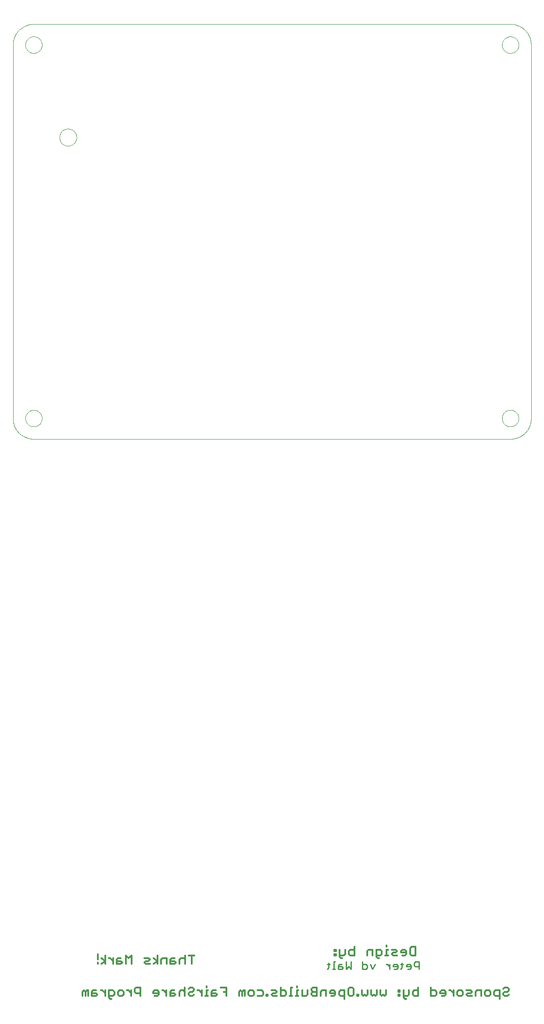
<source format=gbp>
G75*
G70*
%OFA0B0*%
%FSLAX24Y24*%
%IPPOS*%
%LPD*%
%AMOC8*
5,1,8,0,0,1.08239X$1,22.5*
%
%ADD10C,0.0120*%
%ADD11C,0.0110*%
%ADD12C,0.0000*%
D10*
X009921Y000413D02*
X009921Y000734D01*
X010027Y000840D01*
X010134Y000734D01*
X010134Y000413D01*
X010348Y000413D02*
X010348Y000840D01*
X010241Y000840D01*
X010134Y000734D01*
X010620Y000734D02*
X010620Y000413D01*
X010941Y000413D01*
X011047Y000520D01*
X010941Y000627D01*
X010620Y000627D01*
X010620Y000734D02*
X010727Y000840D01*
X010941Y000840D01*
X011310Y000840D02*
X011417Y000840D01*
X011631Y000627D01*
X011631Y000840D02*
X011631Y000413D01*
X011903Y000413D02*
X012224Y000413D01*
X012330Y000520D01*
X012330Y000734D01*
X012224Y000840D01*
X011903Y000840D01*
X011903Y000307D01*
X012010Y000200D01*
X012117Y000200D01*
X012603Y000520D02*
X012603Y000734D01*
X012710Y000840D01*
X012923Y000840D01*
X013030Y000734D01*
X013030Y000520D01*
X012923Y000413D01*
X012710Y000413D01*
X012603Y000520D01*
X013293Y000840D02*
X013400Y000840D01*
X013613Y000627D01*
X013613Y000840D02*
X013613Y000413D01*
X013886Y000734D02*
X013993Y000627D01*
X014313Y000627D01*
X014313Y000413D02*
X014313Y001054D01*
X013993Y001054D01*
X013886Y000947D01*
X013886Y000734D01*
X015286Y000734D02*
X015286Y000627D01*
X015713Y000627D01*
X015713Y000734D02*
X015606Y000840D01*
X015392Y000840D01*
X015286Y000734D01*
X015392Y000413D02*
X015606Y000413D01*
X015713Y000520D01*
X015713Y000734D01*
X015976Y000840D02*
X016082Y000840D01*
X016296Y000627D01*
X016296Y000840D02*
X016296Y000413D01*
X016569Y000413D02*
X016889Y000413D01*
X016996Y000520D01*
X016889Y000627D01*
X016569Y000627D01*
X016569Y000734D02*
X016569Y000413D01*
X016569Y000734D02*
X016675Y000840D01*
X016889Y000840D01*
X017268Y000734D02*
X017268Y000413D01*
X017268Y000734D02*
X017375Y000840D01*
X017589Y000840D01*
X017696Y000734D01*
X017968Y000627D02*
X017968Y000520D01*
X018075Y000413D01*
X018289Y000413D01*
X018395Y000520D01*
X018289Y000734D02*
X018075Y000734D01*
X017968Y000627D01*
X017968Y000947D02*
X018075Y001054D01*
X018289Y001054D01*
X018395Y000947D01*
X018395Y000840D01*
X018289Y000734D01*
X018658Y000840D02*
X018765Y000840D01*
X018978Y000627D01*
X018978Y000840D02*
X018978Y000413D01*
X019231Y000413D02*
X019445Y000413D01*
X019338Y000413D02*
X019338Y000840D01*
X019445Y000840D01*
X019338Y001054D02*
X019338Y001161D01*
X019718Y000734D02*
X019718Y000413D01*
X020038Y000413D01*
X020145Y000520D01*
X020038Y000627D01*
X019718Y000627D01*
X019718Y000734D02*
X019825Y000840D01*
X020038Y000840D01*
X020418Y001054D02*
X020845Y001054D01*
X020845Y000413D01*
X020845Y000734D02*
X020631Y000734D01*
X021817Y000734D02*
X021817Y000413D01*
X022031Y000413D02*
X022031Y000734D01*
X021924Y000840D01*
X021817Y000734D01*
X022031Y000734D02*
X022137Y000840D01*
X022244Y000840D01*
X022244Y000413D01*
X022517Y000520D02*
X022517Y000734D01*
X022624Y000840D01*
X022837Y000840D01*
X022944Y000734D01*
X022944Y000520D01*
X022837Y000413D01*
X022624Y000413D01*
X022517Y000520D01*
X023217Y000413D02*
X023537Y000413D01*
X023644Y000520D01*
X023644Y000734D01*
X023537Y000840D01*
X023217Y000840D01*
X023887Y000520D02*
X023887Y000413D01*
X023994Y000413D01*
X023994Y000520D01*
X023887Y000520D01*
X024266Y000520D02*
X024373Y000627D01*
X024587Y000627D01*
X024693Y000734D01*
X024587Y000840D01*
X024266Y000840D01*
X024266Y000520D02*
X024373Y000413D01*
X024693Y000413D01*
X024966Y000413D02*
X025287Y000413D01*
X025393Y000520D01*
X025393Y000734D01*
X025287Y000840D01*
X024966Y000840D01*
X024966Y001054D02*
X024966Y000413D01*
X025646Y000413D02*
X025860Y000413D01*
X025753Y000413D02*
X025753Y001054D01*
X025860Y001054D01*
X026220Y001054D02*
X026220Y001161D01*
X026220Y000840D02*
X026220Y000413D01*
X026326Y000413D02*
X026113Y000413D01*
X026220Y000840D02*
X026326Y000840D01*
X026599Y000840D02*
X026599Y000413D01*
X026919Y000413D01*
X027026Y000520D01*
X027026Y000840D01*
X027299Y000840D02*
X027406Y000734D01*
X027726Y000734D01*
X027999Y000734D02*
X027999Y000413D01*
X027726Y000413D02*
X027406Y000413D01*
X027299Y000520D01*
X027299Y000627D01*
X027406Y000734D01*
X027299Y000840D02*
X027299Y000947D01*
X027406Y001054D01*
X027726Y001054D01*
X027726Y000413D01*
X027999Y000734D02*
X028105Y000840D01*
X028426Y000840D01*
X028426Y000413D01*
X028698Y000627D02*
X029126Y000627D01*
X029126Y000734D02*
X029019Y000840D01*
X028805Y000840D01*
X028698Y000734D01*
X028698Y000627D01*
X028805Y000413D02*
X029019Y000413D01*
X029126Y000520D01*
X029126Y000734D01*
X029398Y000734D02*
X029398Y000520D01*
X029505Y000413D01*
X029825Y000413D01*
X029825Y000200D02*
X029825Y000840D01*
X029505Y000840D01*
X029398Y000734D01*
X030098Y000520D02*
X030098Y000947D01*
X030205Y001054D01*
X030418Y001054D01*
X030525Y000947D01*
X030525Y000520D01*
X030418Y000413D01*
X030205Y000413D01*
X030098Y000520D01*
X030768Y000520D02*
X030768Y000413D01*
X030875Y000413D01*
X030875Y000520D01*
X030768Y000520D01*
X031148Y000520D02*
X031148Y000840D01*
X031148Y000520D02*
X031255Y000413D01*
X031361Y000520D01*
X031468Y000413D01*
X031575Y000520D01*
X031575Y000840D01*
X031848Y000840D02*
X031848Y000520D01*
X031954Y000413D01*
X032061Y000520D01*
X032168Y000413D01*
X032275Y000520D01*
X032275Y000840D01*
X032547Y000840D02*
X032547Y000520D01*
X032654Y000413D01*
X032761Y000520D01*
X032868Y000413D01*
X032974Y000520D01*
X032974Y000840D01*
X033917Y000840D02*
X033917Y000734D01*
X034024Y000734D01*
X034024Y000840D01*
X033917Y000840D01*
X033917Y000520D02*
X033917Y000413D01*
X034024Y000413D01*
X034024Y000520D01*
X033917Y000520D01*
X034297Y000413D02*
X034617Y000413D01*
X034724Y000520D01*
X034724Y000840D01*
X034997Y000734D02*
X035103Y000840D01*
X035424Y000840D01*
X035424Y001054D02*
X035424Y000413D01*
X035103Y000413D01*
X034997Y000520D01*
X034997Y000734D01*
X034297Y000840D02*
X034297Y000307D01*
X034404Y000200D01*
X034510Y000200D01*
X036396Y000413D02*
X036717Y000413D01*
X036823Y000520D01*
X036823Y000734D01*
X036717Y000840D01*
X036396Y000840D01*
X036396Y001054D02*
X036396Y000413D01*
X037096Y000627D02*
X037523Y000627D01*
X037523Y000734D02*
X037416Y000840D01*
X037203Y000840D01*
X037096Y000734D01*
X037096Y000627D01*
X037203Y000413D02*
X037416Y000413D01*
X037523Y000520D01*
X037523Y000734D01*
X037786Y000840D02*
X037893Y000840D01*
X038106Y000627D01*
X038106Y000840D02*
X038106Y000413D01*
X038379Y000520D02*
X038379Y000734D01*
X038486Y000840D01*
X038699Y000840D01*
X038806Y000734D01*
X038806Y000520D01*
X038699Y000413D01*
X038486Y000413D01*
X038379Y000520D01*
X039079Y000520D02*
X039186Y000627D01*
X039399Y000627D01*
X039506Y000734D01*
X039399Y000840D01*
X039079Y000840D01*
X039079Y000520D02*
X039186Y000413D01*
X039506Y000413D01*
X039779Y000413D02*
X039779Y000734D01*
X039885Y000840D01*
X040206Y000840D01*
X040206Y000413D01*
X040478Y000520D02*
X040478Y000734D01*
X040585Y000840D01*
X040799Y000840D01*
X040905Y000734D01*
X040905Y000520D01*
X040799Y000413D01*
X040585Y000413D01*
X040478Y000520D01*
X041178Y000520D02*
X041285Y000413D01*
X041605Y000413D01*
X041605Y000200D02*
X041605Y000840D01*
X041285Y000840D01*
X041178Y000734D01*
X041178Y000520D01*
X041878Y000520D02*
X041985Y000413D01*
X042198Y000413D01*
X042305Y000520D01*
X042198Y000734D02*
X041985Y000734D01*
X041878Y000627D01*
X041878Y000520D01*
X042198Y000734D02*
X042305Y000840D01*
X042305Y000947D01*
X042198Y001054D01*
X041985Y001054D01*
X041878Y000947D01*
X035229Y003499D02*
X034909Y003499D01*
X034802Y003605D01*
X034802Y004032D01*
X034909Y004139D01*
X035229Y004139D01*
X035229Y003499D01*
X034529Y003605D02*
X034529Y003819D01*
X034422Y003926D01*
X034209Y003926D01*
X034102Y003819D01*
X034102Y003712D01*
X034529Y003712D01*
X034529Y003605D02*
X034422Y003499D01*
X034209Y003499D01*
X033829Y003499D02*
X033509Y003499D01*
X033402Y003605D01*
X033509Y003712D01*
X033723Y003712D01*
X033829Y003819D01*
X033723Y003926D01*
X033402Y003926D01*
X033130Y003926D02*
X033023Y003926D01*
X033023Y003499D01*
X033130Y003499D02*
X032916Y003499D01*
X032663Y003605D02*
X032556Y003499D01*
X032236Y003499D01*
X032236Y003392D02*
X032236Y003926D01*
X032556Y003926D01*
X032663Y003819D01*
X032663Y003605D01*
X032450Y003285D02*
X032343Y003285D01*
X032236Y003392D01*
X031963Y003499D02*
X031963Y003926D01*
X031643Y003926D01*
X031536Y003819D01*
X031536Y003499D01*
X030564Y003499D02*
X030243Y003499D01*
X030137Y003605D01*
X030137Y003819D01*
X030243Y003926D01*
X030564Y003926D01*
X030564Y004139D02*
X030564Y003499D01*
X029864Y003605D02*
X029864Y003926D01*
X029864Y003605D02*
X029757Y003499D01*
X029437Y003499D01*
X029437Y003392D02*
X029544Y003285D01*
X029650Y003285D01*
X029437Y003392D02*
X029437Y003926D01*
X029164Y003926D02*
X029164Y003819D01*
X029057Y003819D01*
X029057Y003926D01*
X029164Y003926D01*
X029164Y003605D02*
X029164Y003499D01*
X029057Y003499D01*
X029057Y003605D01*
X029164Y003605D01*
X033023Y004139D02*
X033023Y004246D01*
X018418Y003497D02*
X017991Y003497D01*
X018204Y003497D02*
X018204Y002857D01*
X017718Y002857D02*
X017718Y003497D01*
X017611Y003284D02*
X017398Y003284D01*
X017291Y003177D01*
X017291Y002857D01*
X017018Y002964D02*
X016911Y003070D01*
X016591Y003070D01*
X016591Y003177D02*
X016591Y002857D01*
X016911Y002857D01*
X017018Y002964D01*
X016911Y003284D02*
X016698Y003284D01*
X016591Y003177D01*
X016318Y003284D02*
X016318Y002857D01*
X015891Y002857D02*
X015891Y003177D01*
X015998Y003284D01*
X016318Y003284D01*
X015618Y003497D02*
X015618Y002857D01*
X015618Y003070D02*
X015298Y003284D01*
X015035Y003177D02*
X014929Y003070D01*
X014715Y003070D01*
X014608Y002964D01*
X014715Y002857D01*
X015035Y002857D01*
X015298Y002857D02*
X015618Y003070D01*
X015035Y003177D02*
X014929Y003284D01*
X014608Y003284D01*
X013636Y003497D02*
X013636Y002857D01*
X013209Y002857D02*
X013209Y003497D01*
X013422Y003284D01*
X013636Y003497D01*
X012829Y003284D02*
X012616Y003284D01*
X012509Y003177D01*
X012509Y002857D01*
X012829Y002857D01*
X012936Y002964D01*
X012829Y003070D01*
X012509Y003070D01*
X012236Y003070D02*
X012023Y003284D01*
X011916Y003284D01*
X012236Y003284D02*
X012236Y002857D01*
X011653Y002857D02*
X011653Y003497D01*
X011333Y003284D02*
X011653Y003070D01*
X011333Y002857D01*
X011070Y002857D02*
X011070Y002964D01*
X011070Y003177D02*
X011070Y003604D01*
X017611Y003284D02*
X017718Y003177D01*
X017696Y001054D02*
X017696Y000413D01*
D11*
X028517Y002458D02*
X028609Y002550D01*
X028609Y002917D01*
X028700Y002825D02*
X028517Y002825D01*
X029014Y003009D02*
X029014Y002458D01*
X029105Y002458D02*
X028922Y002458D01*
X029346Y002458D02*
X029621Y002458D01*
X029713Y002550D01*
X029621Y002642D01*
X029346Y002642D01*
X029346Y002733D02*
X029346Y002458D01*
X029346Y002733D02*
X029438Y002825D01*
X029621Y002825D01*
X029954Y003009D02*
X029954Y002458D01*
X030137Y002642D01*
X030321Y002458D01*
X030321Y003009D01*
X031169Y003009D02*
X031169Y002458D01*
X031445Y002458D01*
X031536Y002550D01*
X031536Y002733D01*
X031445Y002825D01*
X031169Y002825D01*
X031777Y002825D02*
X031961Y002458D01*
X032144Y002825D01*
X032983Y002825D02*
X033075Y002825D01*
X033258Y002642D01*
X033258Y002825D02*
X033258Y002458D01*
X033499Y002642D02*
X033866Y002642D01*
X033866Y002733D02*
X033774Y002825D01*
X033591Y002825D01*
X033499Y002733D01*
X033499Y002642D01*
X033591Y002458D02*
X033774Y002458D01*
X033866Y002550D01*
X033866Y002733D01*
X034088Y002825D02*
X034271Y002825D01*
X034179Y002917D02*
X034179Y002550D01*
X034088Y002458D01*
X034512Y002642D02*
X034879Y002642D01*
X034879Y002733D02*
X034787Y002825D01*
X034604Y002825D01*
X034512Y002733D01*
X034512Y002642D01*
X034604Y002458D02*
X034787Y002458D01*
X034879Y002550D01*
X034879Y002733D01*
X035120Y002733D02*
X035211Y002642D01*
X035486Y002642D01*
X035486Y002458D02*
X035486Y003009D01*
X035211Y003009D01*
X035120Y002917D01*
X035120Y002733D01*
X029105Y003009D02*
X029014Y003009D01*
D12*
X042426Y042694D02*
X006206Y042694D01*
X005576Y044269D02*
X005578Y044319D01*
X005584Y044369D01*
X005594Y044418D01*
X005608Y044466D01*
X005625Y044513D01*
X005646Y044558D01*
X005671Y044602D01*
X005699Y044643D01*
X005731Y044682D01*
X005765Y044719D01*
X005802Y044753D01*
X005842Y044783D01*
X005884Y044810D01*
X005928Y044834D01*
X005974Y044855D01*
X006021Y044871D01*
X006069Y044884D01*
X006119Y044893D01*
X006168Y044898D01*
X006219Y044899D01*
X006269Y044896D01*
X006318Y044889D01*
X006367Y044878D01*
X006415Y044863D01*
X006461Y044845D01*
X006506Y044823D01*
X006549Y044797D01*
X006590Y044768D01*
X006629Y044736D01*
X006665Y044701D01*
X006697Y044663D01*
X006727Y044623D01*
X006754Y044580D01*
X006777Y044536D01*
X006796Y044490D01*
X006812Y044442D01*
X006824Y044393D01*
X006832Y044344D01*
X006836Y044294D01*
X006836Y044244D01*
X006832Y044194D01*
X006824Y044145D01*
X006812Y044096D01*
X006796Y044048D01*
X006777Y044002D01*
X006754Y043958D01*
X006727Y043915D01*
X006697Y043875D01*
X006665Y043837D01*
X006629Y043802D01*
X006590Y043770D01*
X006549Y043741D01*
X006506Y043715D01*
X006461Y043693D01*
X006415Y043675D01*
X006367Y043660D01*
X006318Y043649D01*
X006269Y043642D01*
X006219Y043639D01*
X006168Y043640D01*
X006119Y043645D01*
X006069Y043654D01*
X006021Y043667D01*
X005974Y043683D01*
X005928Y043704D01*
X005884Y043728D01*
X005842Y043755D01*
X005802Y043785D01*
X005765Y043819D01*
X005731Y043856D01*
X005699Y043895D01*
X005671Y043936D01*
X005646Y043980D01*
X005625Y044025D01*
X005608Y044072D01*
X005594Y044120D01*
X005584Y044169D01*
X005578Y044219D01*
X005576Y044269D01*
X004631Y044269D02*
X004633Y044192D01*
X004639Y044115D01*
X004648Y044038D01*
X004661Y043962D01*
X004678Y043886D01*
X004699Y043812D01*
X004723Y043738D01*
X004751Y043666D01*
X004782Y043596D01*
X004817Y043527D01*
X004855Y043459D01*
X004896Y043394D01*
X004941Y043331D01*
X004989Y043270D01*
X005039Y043211D01*
X005092Y043155D01*
X005148Y043102D01*
X005207Y043052D01*
X005268Y043004D01*
X005331Y042959D01*
X005396Y042918D01*
X005464Y042880D01*
X005533Y042845D01*
X005603Y042814D01*
X005675Y042786D01*
X005749Y042762D01*
X005823Y042741D01*
X005899Y042724D01*
X005975Y042711D01*
X006052Y042702D01*
X006129Y042696D01*
X006206Y042694D01*
X004631Y044269D02*
X004631Y072615D01*
X005576Y072615D02*
X005578Y072665D01*
X005584Y072715D01*
X005594Y072764D01*
X005608Y072812D01*
X005625Y072859D01*
X005646Y072904D01*
X005671Y072948D01*
X005699Y072989D01*
X005731Y073028D01*
X005765Y073065D01*
X005802Y073099D01*
X005842Y073129D01*
X005884Y073156D01*
X005928Y073180D01*
X005974Y073201D01*
X006021Y073217D01*
X006069Y073230D01*
X006119Y073239D01*
X006168Y073244D01*
X006219Y073245D01*
X006269Y073242D01*
X006318Y073235D01*
X006367Y073224D01*
X006415Y073209D01*
X006461Y073191D01*
X006506Y073169D01*
X006549Y073143D01*
X006590Y073114D01*
X006629Y073082D01*
X006665Y073047D01*
X006697Y073009D01*
X006727Y072969D01*
X006754Y072926D01*
X006777Y072882D01*
X006796Y072836D01*
X006812Y072788D01*
X006824Y072739D01*
X006832Y072690D01*
X006836Y072640D01*
X006836Y072590D01*
X006832Y072540D01*
X006824Y072491D01*
X006812Y072442D01*
X006796Y072394D01*
X006777Y072348D01*
X006754Y072304D01*
X006727Y072261D01*
X006697Y072221D01*
X006665Y072183D01*
X006629Y072148D01*
X006590Y072116D01*
X006549Y072087D01*
X006506Y072061D01*
X006461Y072039D01*
X006415Y072021D01*
X006367Y072006D01*
X006318Y071995D01*
X006269Y071988D01*
X006219Y071985D01*
X006168Y071986D01*
X006119Y071991D01*
X006069Y072000D01*
X006021Y072013D01*
X005974Y072029D01*
X005928Y072050D01*
X005884Y072074D01*
X005842Y072101D01*
X005802Y072131D01*
X005765Y072165D01*
X005731Y072202D01*
X005699Y072241D01*
X005671Y072282D01*
X005646Y072326D01*
X005625Y072371D01*
X005608Y072418D01*
X005594Y072466D01*
X005584Y072515D01*
X005578Y072565D01*
X005576Y072615D01*
X004631Y072615D02*
X004633Y072692D01*
X004639Y072769D01*
X004648Y072846D01*
X004661Y072922D01*
X004678Y072998D01*
X004699Y073072D01*
X004723Y073146D01*
X004751Y073218D01*
X004782Y073288D01*
X004817Y073357D01*
X004855Y073425D01*
X004896Y073490D01*
X004941Y073553D01*
X004989Y073614D01*
X005039Y073673D01*
X005092Y073729D01*
X005148Y073782D01*
X005207Y073832D01*
X005268Y073880D01*
X005331Y073925D01*
X005396Y073966D01*
X005464Y074004D01*
X005533Y074039D01*
X005603Y074070D01*
X005675Y074098D01*
X005749Y074122D01*
X005823Y074143D01*
X005899Y074160D01*
X005975Y074173D01*
X006052Y074182D01*
X006129Y074188D01*
X006206Y074190D01*
X042426Y074190D01*
X041796Y072615D02*
X041798Y072665D01*
X041804Y072715D01*
X041814Y072764D01*
X041828Y072812D01*
X041845Y072859D01*
X041866Y072904D01*
X041891Y072948D01*
X041919Y072989D01*
X041951Y073028D01*
X041985Y073065D01*
X042022Y073099D01*
X042062Y073129D01*
X042104Y073156D01*
X042148Y073180D01*
X042194Y073201D01*
X042241Y073217D01*
X042289Y073230D01*
X042339Y073239D01*
X042388Y073244D01*
X042439Y073245D01*
X042489Y073242D01*
X042538Y073235D01*
X042587Y073224D01*
X042635Y073209D01*
X042681Y073191D01*
X042726Y073169D01*
X042769Y073143D01*
X042810Y073114D01*
X042849Y073082D01*
X042885Y073047D01*
X042917Y073009D01*
X042947Y072969D01*
X042974Y072926D01*
X042997Y072882D01*
X043016Y072836D01*
X043032Y072788D01*
X043044Y072739D01*
X043052Y072690D01*
X043056Y072640D01*
X043056Y072590D01*
X043052Y072540D01*
X043044Y072491D01*
X043032Y072442D01*
X043016Y072394D01*
X042997Y072348D01*
X042974Y072304D01*
X042947Y072261D01*
X042917Y072221D01*
X042885Y072183D01*
X042849Y072148D01*
X042810Y072116D01*
X042769Y072087D01*
X042726Y072061D01*
X042681Y072039D01*
X042635Y072021D01*
X042587Y072006D01*
X042538Y071995D01*
X042489Y071988D01*
X042439Y071985D01*
X042388Y071986D01*
X042339Y071991D01*
X042289Y072000D01*
X042241Y072013D01*
X042194Y072029D01*
X042148Y072050D01*
X042104Y072074D01*
X042062Y072101D01*
X042022Y072131D01*
X041985Y072165D01*
X041951Y072202D01*
X041919Y072241D01*
X041891Y072282D01*
X041866Y072326D01*
X041845Y072371D01*
X041828Y072418D01*
X041814Y072466D01*
X041804Y072515D01*
X041798Y072565D01*
X041796Y072615D01*
X042426Y074190D02*
X042503Y074188D01*
X042580Y074182D01*
X042657Y074173D01*
X042733Y074160D01*
X042809Y074143D01*
X042883Y074122D01*
X042957Y074098D01*
X043029Y074070D01*
X043099Y074039D01*
X043168Y074004D01*
X043236Y073966D01*
X043301Y073925D01*
X043364Y073880D01*
X043425Y073832D01*
X043484Y073782D01*
X043540Y073729D01*
X043593Y073673D01*
X043643Y073614D01*
X043691Y073553D01*
X043736Y073490D01*
X043777Y073425D01*
X043815Y073357D01*
X043850Y073288D01*
X043881Y073218D01*
X043909Y073146D01*
X043933Y073072D01*
X043954Y072998D01*
X043971Y072922D01*
X043984Y072846D01*
X043993Y072769D01*
X043999Y072692D01*
X044001Y072615D01*
X044001Y044269D01*
X041796Y044269D02*
X041798Y044319D01*
X041804Y044369D01*
X041814Y044418D01*
X041828Y044466D01*
X041845Y044513D01*
X041866Y044558D01*
X041891Y044602D01*
X041919Y044643D01*
X041951Y044682D01*
X041985Y044719D01*
X042022Y044753D01*
X042062Y044783D01*
X042104Y044810D01*
X042148Y044834D01*
X042194Y044855D01*
X042241Y044871D01*
X042289Y044884D01*
X042339Y044893D01*
X042388Y044898D01*
X042439Y044899D01*
X042489Y044896D01*
X042538Y044889D01*
X042587Y044878D01*
X042635Y044863D01*
X042681Y044845D01*
X042726Y044823D01*
X042769Y044797D01*
X042810Y044768D01*
X042849Y044736D01*
X042885Y044701D01*
X042917Y044663D01*
X042947Y044623D01*
X042974Y044580D01*
X042997Y044536D01*
X043016Y044490D01*
X043032Y044442D01*
X043044Y044393D01*
X043052Y044344D01*
X043056Y044294D01*
X043056Y044244D01*
X043052Y044194D01*
X043044Y044145D01*
X043032Y044096D01*
X043016Y044048D01*
X042997Y044002D01*
X042974Y043958D01*
X042947Y043915D01*
X042917Y043875D01*
X042885Y043837D01*
X042849Y043802D01*
X042810Y043770D01*
X042769Y043741D01*
X042726Y043715D01*
X042681Y043693D01*
X042635Y043675D01*
X042587Y043660D01*
X042538Y043649D01*
X042489Y043642D01*
X042439Y043639D01*
X042388Y043640D01*
X042339Y043645D01*
X042289Y043654D01*
X042241Y043667D01*
X042194Y043683D01*
X042148Y043704D01*
X042104Y043728D01*
X042062Y043755D01*
X042022Y043785D01*
X041985Y043819D01*
X041951Y043856D01*
X041919Y043895D01*
X041891Y043936D01*
X041866Y043980D01*
X041845Y044025D01*
X041828Y044072D01*
X041814Y044120D01*
X041804Y044169D01*
X041798Y044219D01*
X041796Y044269D01*
X042426Y042694D02*
X042503Y042696D01*
X042580Y042702D01*
X042657Y042711D01*
X042733Y042724D01*
X042809Y042741D01*
X042883Y042762D01*
X042957Y042786D01*
X043029Y042814D01*
X043099Y042845D01*
X043168Y042880D01*
X043236Y042918D01*
X043301Y042959D01*
X043364Y043004D01*
X043425Y043052D01*
X043484Y043102D01*
X043540Y043155D01*
X043593Y043211D01*
X043643Y043270D01*
X043691Y043331D01*
X043736Y043394D01*
X043777Y043459D01*
X043815Y043527D01*
X043850Y043596D01*
X043881Y043666D01*
X043909Y043738D01*
X043933Y043812D01*
X043954Y043886D01*
X043971Y043962D01*
X043984Y044038D01*
X043993Y044115D01*
X043999Y044192D01*
X044001Y044269D01*
X008166Y065592D02*
X008168Y065642D01*
X008174Y065692D01*
X008184Y065742D01*
X008197Y065790D01*
X008214Y065838D01*
X008235Y065884D01*
X008259Y065928D01*
X008287Y065970D01*
X008318Y066010D01*
X008352Y066047D01*
X008389Y066082D01*
X008428Y066113D01*
X008469Y066142D01*
X008513Y066167D01*
X008559Y066189D01*
X008606Y066207D01*
X008654Y066221D01*
X008703Y066232D01*
X008753Y066239D01*
X008803Y066242D01*
X008854Y066241D01*
X008904Y066236D01*
X008954Y066227D01*
X009002Y066215D01*
X009050Y066198D01*
X009096Y066178D01*
X009141Y066155D01*
X009184Y066128D01*
X009224Y066098D01*
X009262Y066065D01*
X009297Y066029D01*
X009330Y065990D01*
X009359Y065949D01*
X009385Y065906D01*
X009408Y065861D01*
X009427Y065814D01*
X009442Y065766D01*
X009454Y065717D01*
X009462Y065667D01*
X009466Y065617D01*
X009466Y065567D01*
X009462Y065517D01*
X009454Y065467D01*
X009442Y065418D01*
X009427Y065370D01*
X009408Y065323D01*
X009385Y065278D01*
X009359Y065235D01*
X009330Y065194D01*
X009297Y065155D01*
X009262Y065119D01*
X009224Y065086D01*
X009184Y065056D01*
X009141Y065029D01*
X009096Y065006D01*
X009050Y064986D01*
X009002Y064969D01*
X008954Y064957D01*
X008904Y064948D01*
X008854Y064943D01*
X008803Y064942D01*
X008753Y064945D01*
X008703Y064952D01*
X008654Y064963D01*
X008606Y064977D01*
X008559Y064995D01*
X008513Y065017D01*
X008469Y065042D01*
X008428Y065071D01*
X008389Y065102D01*
X008352Y065137D01*
X008318Y065174D01*
X008287Y065214D01*
X008259Y065256D01*
X008235Y065300D01*
X008214Y065346D01*
X008197Y065394D01*
X008184Y065442D01*
X008174Y065492D01*
X008168Y065542D01*
X008166Y065592D01*
M02*

</source>
